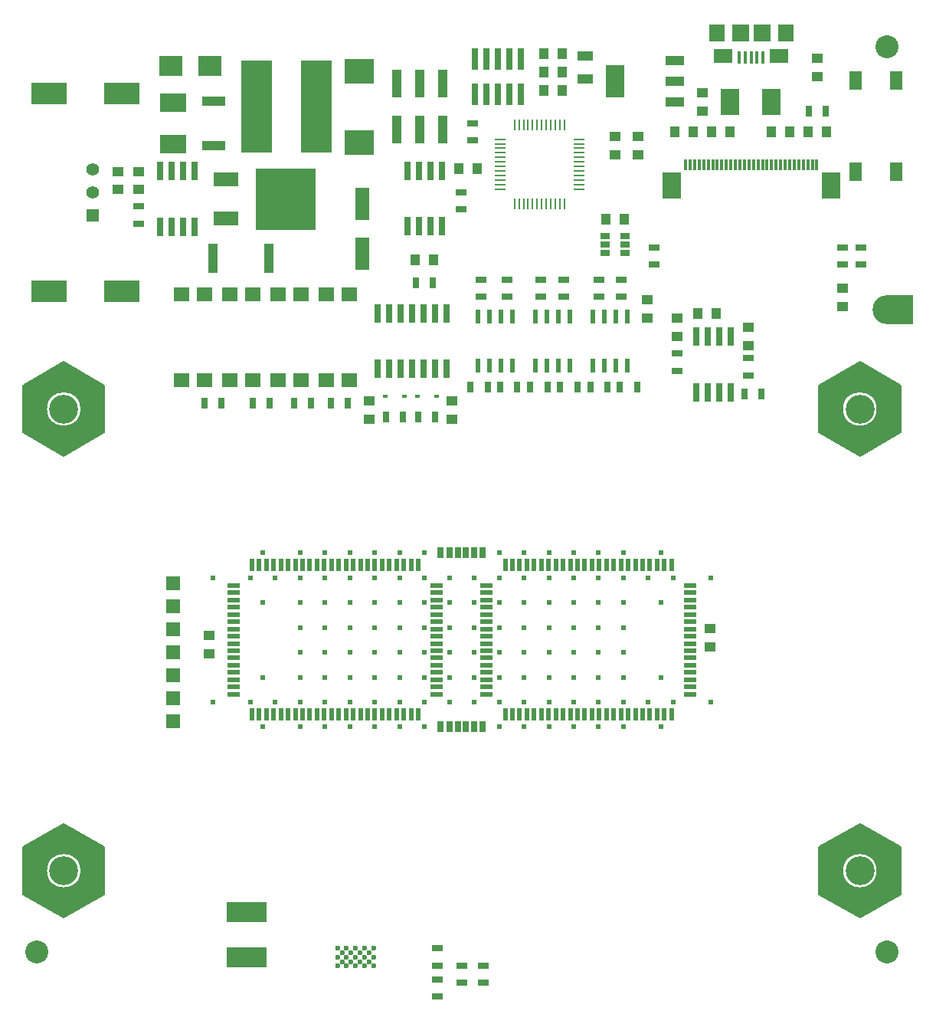
<source format=gbr>
%TF.GenerationSoftware,KiCad,Pcbnew,no-vcs-found-9b4eddb~60~ubuntu16.04.1*%
%TF.CreationDate,2017-11-10T14:06:11+01:00*%
%TF.ProjectId,OpenDropV3,4F70656E44726F7056332E6B69636164,rev?*%
%TF.SameCoordinates,Original*%
%TF.FileFunction,Soldermask,Bot*%
%TF.FilePolarity,Negative*%
%FSLAX46Y46*%
G04 Gerber Fmt 4.6, Leading zero omitted, Abs format (unit mm)*
G04 Created by KiCad (PCBNEW no-vcs-found-9b4eddb~60~ubuntu16.04.1) date Fri Nov 10 14:06:11 2017*
%MOMM*%
%LPD*%
G01*
G04 APERTURE LIST*
%ADD10C,2.250000*%
%ADD11C,0.150000*%
%ADD12C,1.000000*%
%ADD13C,3.200000*%
%ADD14R,3.000000X3.200000*%
%ADD15C,0.604800*%
%ADD16C,0.600000*%
%ADD17R,4.500000X2.200000*%
%ADD18R,0.740000X2.400000*%
%ADD19R,1.300000X0.250000*%
%ADD20R,0.250000X1.300000*%
%ADD21R,0.300000X1.250000*%
%ADD22R,2.000000X3.000000*%
%ADD23R,1.000000X1.250000*%
%ADD24R,1.700000X1.600000*%
%ADD25R,4.000500X2.400300*%
%ADD26R,1.300000X0.700000*%
%ADD27R,0.610000X1.520000*%
%ADD28R,0.700000X1.300000*%
%ADD29R,0.500000X1.480000*%
%ADD30R,1.480000X0.500000*%
%ADD31R,0.800000X1.300000*%
%ADD32R,2.780000X1.550000*%
%ADD33R,6.730000X6.740000*%
%ADD34R,1.250000X1.000000*%
%ADD35R,1.397000X1.397000*%
%ADD36C,1.397000*%
%ADD37R,0.660400X2.032000*%
%ADD38R,1.000000X3.200000*%
%ADD39R,2.500000X1.000000*%
%ADD40R,3.200000X2.700000*%
%ADD41R,2.500000X2.300000*%
%ADD42C,2.540000*%
%ADD43R,1.501140X1.501140*%
%ADD44R,1.400000X2.100000*%
%ADD45R,1.600200X3.599180*%
%ADD46R,3.500000X10.200000*%
%ADD47R,3.000000X2.000000*%
%ADD48R,2.032000X3.657600*%
%ADD49R,2.032000X1.016000*%
%ADD50R,1.060000X0.650000*%
%ADD51R,0.600000X0.450000*%
%ADD52R,1.000000X3.150000*%
%ADD53R,1.800000X1.000000*%
%ADD54R,1.800000X1.900000*%
%ADD55R,1.900000X1.900000*%
%ADD56R,2.100000X1.600000*%
%ADD57R,0.400000X1.350000*%
G04 APERTURE END LIST*
D10*
%TO.C,P14*%
X146982767Y-74000000D02*
G75*
G03X146982767Y-74000000I-2982767J0D01*
G01*
D11*
X139500000Y-71402000D02*
X139500000Y-76598000D01*
X148500000Y-71402000D02*
X148500000Y-76598000D01*
X144000000Y-68804000D02*
X148500000Y-71402000D01*
X139500000Y-71402000D02*
X144000000Y-68804000D01*
X144000000Y-79196000D02*
X139500000Y-76598000D01*
X148500000Y-76598000D02*
X144000000Y-79196000D01*
D12*
X140000000Y-71700000D02*
X144000000Y-69400000D01*
X140000000Y-76300000D02*
X140000000Y-71700000D01*
X144000000Y-78600000D02*
X140000000Y-76300000D01*
X148000000Y-76300000D02*
X144000000Y-78600000D01*
X148000000Y-71700000D02*
X148000000Y-76300000D01*
X144000000Y-69400000D02*
X148000000Y-71700000D01*
D10*
%TO.C,P13*%
X58982767Y-74000000D02*
G75*
G03X58982767Y-74000000I-2982767J0D01*
G01*
D11*
X51500000Y-71402000D02*
X51500000Y-76598000D01*
X60500000Y-71402000D02*
X60500000Y-76598000D01*
X56000000Y-68804000D02*
X60500000Y-71402000D01*
X51500000Y-71402000D02*
X56000000Y-68804000D01*
X56000000Y-79196000D02*
X51500000Y-76598000D01*
X60500000Y-76598000D02*
X56000000Y-79196000D01*
D12*
X52000000Y-71700000D02*
X56000000Y-69400000D01*
X52000000Y-76300000D02*
X52000000Y-71700000D01*
X56000000Y-78600000D02*
X52000000Y-76300000D01*
X60000000Y-76300000D02*
X56000000Y-78600000D01*
X60000000Y-71700000D02*
X60000000Y-76300000D01*
X56000000Y-69400000D02*
X60000000Y-71700000D01*
%TO.C,P15*%
X56000000Y-120400000D02*
X60000000Y-122700000D01*
X60000000Y-122700000D02*
X60000000Y-127300000D01*
X60000000Y-127300000D02*
X56000000Y-129600000D01*
X56000000Y-129600000D02*
X52000000Y-127300000D01*
X52000000Y-127300000D02*
X52000000Y-122700000D01*
X52000000Y-122700000D02*
X56000000Y-120400000D01*
D11*
X60500000Y-127598000D02*
X56000000Y-130196000D01*
X56000000Y-130196000D02*
X51500000Y-127598000D01*
X51500000Y-122402000D02*
X56000000Y-119804000D01*
X56000000Y-119804000D02*
X60500000Y-122402000D01*
X60500000Y-122402000D02*
X60500000Y-127598000D01*
X51500000Y-122402000D02*
X51500000Y-127598000D01*
D10*
X58982767Y-125000000D02*
G75*
G03X58982767Y-125000000I-2982767J0D01*
G01*
%TO.C,P16*%
X146982767Y-125000000D02*
G75*
G03X146982767Y-125000000I-2982767J0D01*
G01*
D11*
X139500000Y-122402000D02*
X139500000Y-127598000D01*
X148500000Y-122402000D02*
X148500000Y-127598000D01*
X144000000Y-119804000D02*
X148500000Y-122402000D01*
X139500000Y-122402000D02*
X144000000Y-119804000D01*
X144000000Y-130196000D02*
X139500000Y-127598000D01*
X148500000Y-127598000D02*
X144000000Y-130196000D01*
D12*
X140000000Y-122700000D02*
X144000000Y-120400000D01*
X140000000Y-127300000D02*
X140000000Y-122700000D01*
X144000000Y-129600000D02*
X140000000Y-127300000D01*
X148000000Y-127300000D02*
X144000000Y-129600000D01*
X148000000Y-122700000D02*
X148000000Y-127300000D01*
X144000000Y-120400000D02*
X148000000Y-122700000D01*
%TD*%
D13*
%TO.C,P2*%
X146963000Y-63000000D03*
D14*
X148463000Y-63000000D03*
%TD*%
D15*
%TO.C,FLUXL_1_3*%
X76625000Y-92625000D03*
%TD*%
%TO.C,FLUXL_1_6*%
X76625000Y-106375000D03*
%TD*%
%TO.C,FLUXL_16_3*%
X123375000Y-92625000D03*
%TD*%
%TO.C,FLUXL_16_6*%
X123375000Y-106375000D03*
%TD*%
%TO.C,FLUXL_16_1*%
X127500000Y-92625000D03*
%TD*%
%TO.C,FLUXL_1_8*%
X72500000Y-106375000D03*
%TD*%
%TO.C,FLUXL_16_8*%
X127500000Y-106375000D03*
%TD*%
%TO.C,FLUXL_1_1*%
X72500000Y-92625000D03*
%TD*%
D16*
%TO.C,SP1*%
X90265000Y-135539000D03*
X89265000Y-135539000D03*
X88265000Y-135539000D03*
X87265000Y-135539000D03*
X86265000Y-135539000D03*
X90265000Y-134539000D03*
X89765000Y-135039000D03*
X89265000Y-134539000D03*
X88765000Y-135039000D03*
X88265000Y-134539000D03*
X87765000Y-135039000D03*
X87265000Y-134539000D03*
X86765000Y-135039000D03*
X86265000Y-134539000D03*
X90265000Y-133539000D03*
X89765000Y-134039000D03*
X89265000Y-133539000D03*
X88765000Y-134039000D03*
X88265000Y-133539000D03*
X87765000Y-134039000D03*
X87265000Y-133539000D03*
X86765000Y-134039000D03*
X86265000Y-133539000D03*
D17*
X76265000Y-129539000D03*
X76265000Y-134539000D03*
%TD*%
D18*
%TO.C,J2*%
X106553000Y-39247000D03*
X106553000Y-35347000D03*
X105283000Y-39247000D03*
X105283000Y-35347000D03*
X104013000Y-39247000D03*
X104013000Y-35347000D03*
X102743000Y-39247000D03*
X102743000Y-35347000D03*
X101473000Y-39247000D03*
X101473000Y-35347000D03*
%TD*%
D19*
%TO.C,U5*%
X112935000Y-44199000D03*
X112935000Y-44699000D03*
X112935000Y-45199000D03*
X112935000Y-45699000D03*
X112935000Y-46199000D03*
X112935000Y-46699000D03*
X112935000Y-47199000D03*
X112935000Y-47699000D03*
X112935000Y-48199000D03*
X112935000Y-48699000D03*
X112935000Y-49199000D03*
X112935000Y-49699000D03*
D20*
X111335000Y-51299000D03*
X110835000Y-51299000D03*
X110335000Y-51299000D03*
X109835000Y-51299000D03*
X109335000Y-51299000D03*
X108835000Y-51299000D03*
X108335000Y-51299000D03*
X107835000Y-51299000D03*
X107335000Y-51299000D03*
X106835000Y-51299000D03*
X106335000Y-51299000D03*
X105835000Y-51299000D03*
D19*
X104235000Y-49699000D03*
X104235000Y-49199000D03*
X104235000Y-48699000D03*
X104235000Y-48199000D03*
X104235000Y-47699000D03*
X104235000Y-47199000D03*
X104235000Y-46699000D03*
X104235000Y-46199000D03*
X104235000Y-45699000D03*
X104235000Y-45199000D03*
X104235000Y-44699000D03*
X104235000Y-44199000D03*
D20*
X105835000Y-42599000D03*
X106335000Y-42599000D03*
X106835000Y-42599000D03*
X107335000Y-42599000D03*
X107835000Y-42599000D03*
X108335000Y-42599000D03*
X108835000Y-42599000D03*
X109335000Y-42599000D03*
X109835000Y-42599000D03*
X110335000Y-42599000D03*
X110835000Y-42599000D03*
X111335000Y-42599000D03*
%TD*%
D21*
%TO.C,S1*%
X139250000Y-47025000D03*
X137250000Y-47025000D03*
X137750000Y-47025000D03*
X138750000Y-47025000D03*
X138250000Y-47025000D03*
X136250000Y-47025000D03*
X136750000Y-47025000D03*
X135750000Y-47025000D03*
X135250000Y-47025000D03*
X132250000Y-47025000D03*
X132750000Y-47025000D03*
X133750000Y-47025000D03*
X133250000Y-47025000D03*
X134750000Y-47025000D03*
X134250000Y-47025000D03*
X126750000Y-47025000D03*
X127250000Y-47025000D03*
X125750000Y-47025000D03*
X126250000Y-47025000D03*
X125250000Y-47025000D03*
X124750000Y-47025000D03*
X127750000Y-47025000D03*
X128250000Y-47025000D03*
X129250000Y-47025000D03*
X128750000Y-47025000D03*
X130750000Y-47025000D03*
X131250000Y-47025000D03*
X130250000Y-47025000D03*
X129750000Y-47025000D03*
D22*
X123210000Y-49350000D03*
X140790000Y-49350000D03*
D21*
X131750000Y-47025000D03*
%TD*%
D23*
%TO.C,C14*%
X99711000Y-47457000D03*
X101711000Y-47457000D03*
%TD*%
D13*
%TO.C,P14*%
X144000000Y-74000000D03*
%TD*%
D24*
%TO.C,U12*%
X79677000Y-70817000D03*
X82217000Y-70817000D03*
X82217000Y-61317000D03*
X79677000Y-61317000D03*
%TD*%
D25*
%TO.C,C18*%
X54419500Y-60960000D03*
X62420500Y-60960000D03*
%TD*%
D26*
%TO.C,R32*%
X102156000Y-61619500D03*
X102156000Y-59719500D03*
%TD*%
D27*
%TO.C,U9*%
X118285000Y-69244000D03*
X117015000Y-69244000D03*
X115745000Y-69244000D03*
X114475000Y-69244000D03*
X114475000Y-63779000D03*
X115745000Y-63779000D03*
X117015000Y-63779000D03*
X118285000Y-63779000D03*
%TD*%
%TO.C,U8*%
X111935000Y-63779000D03*
X110665000Y-63779000D03*
X109395000Y-63779000D03*
X108125000Y-63779000D03*
X108125000Y-69244000D03*
X109395000Y-69244000D03*
X110665000Y-69244000D03*
X111935000Y-69244000D03*
%TD*%
D28*
%TO.C,R33*%
X102852000Y-71591500D03*
X100952000Y-71591500D03*
%TD*%
D26*
%TO.C,R1*%
X64262000Y-53528000D03*
X64262000Y-51628000D03*
%TD*%
%TO.C,R5*%
X101219000Y-42443000D03*
X101219000Y-44343000D03*
%TD*%
%TO.C,R18*%
X102410000Y-137367000D03*
X102410000Y-135467000D03*
%TD*%
%TO.C,R19*%
X99997000Y-135467000D03*
X99997000Y-137367000D03*
%TD*%
%TO.C,R20*%
X97330000Y-136991000D03*
X97330000Y-138891000D03*
%TD*%
%TO.C,R21*%
X97330000Y-133562000D03*
X97330000Y-135462000D03*
%TD*%
D28*
%TO.C,R22*%
X133126000Y-72363040D03*
X131226000Y-72363040D03*
%TD*%
D26*
%TO.C,R30*%
X131668000Y-70265040D03*
X131668000Y-68365040D03*
%TD*%
%TO.C,R31*%
X123794000Y-69757040D03*
X123794000Y-67857040D03*
%TD*%
D28*
%TO.C,R35*%
X116139000Y-71587000D03*
X114239000Y-71587000D03*
%TD*%
%TO.C,R38*%
X109456000Y-71591500D03*
X107556000Y-71591500D03*
%TD*%
%TO.C,R39*%
X104206000Y-71587000D03*
X106106000Y-71587000D03*
%TD*%
%TO.C,R42*%
X110858000Y-71591500D03*
X112758000Y-71591500D03*
%TD*%
%TO.C,R44*%
X95189000Y-74889000D03*
X97089000Y-74889000D03*
%TD*%
%TO.C,R45*%
X87437000Y-73365000D03*
X85537000Y-73365000D03*
%TD*%
%TO.C,R48*%
X71567000Y-73365000D03*
X73467000Y-73365000D03*
%TD*%
%TO.C,R49*%
X81473000Y-73365000D03*
X83373000Y-73365000D03*
%TD*%
%TO.C,R51*%
X76901000Y-73365000D03*
X78801000Y-73365000D03*
%TD*%
D26*
%TO.C,R41*%
X117650000Y-61619500D03*
X117650000Y-59719500D03*
%TD*%
D28*
%TO.C,R43*%
X117462000Y-71591500D03*
X119362000Y-71591500D03*
%TD*%
%TO.C,R3*%
X138369000Y-41107000D03*
X140269000Y-41107000D03*
%TD*%
D26*
%TO.C,R4*%
X144145000Y-56159000D03*
X144145000Y-58059000D03*
%TD*%
%TO.C,R6*%
X121285000Y-56159000D03*
X121285000Y-58059000D03*
%TD*%
%TO.C,R8*%
X142113000Y-56159000D03*
X142113000Y-58059000D03*
%TD*%
%TO.C,R34*%
X115175000Y-61625000D03*
X115175000Y-59725000D03*
%TD*%
%TO.C,R36*%
X108760000Y-61619500D03*
X108760000Y-59719500D03*
%TD*%
%TO.C,R37*%
X104975000Y-61625000D03*
X104975000Y-59725000D03*
%TD*%
%TO.C,R40*%
X111300000Y-61619500D03*
X111300000Y-59719500D03*
%TD*%
%TO.C,R9*%
X99949000Y-51963000D03*
X99949000Y-50063000D03*
%TD*%
D28*
%TO.C,R10*%
X93533000Y-74889000D03*
X91633000Y-74889000D03*
%TD*%
%TO.C,R11*%
X94935000Y-60030000D03*
X96835000Y-60030000D03*
%TD*%
D15*
%TO.C,FLUXL_1_5b1*%
X78000000Y-109125000D03*
%TD*%
D29*
%TO.C,U2*%
X95200000Y-107740000D03*
X94400000Y-107740000D03*
X93600000Y-107740000D03*
X92800000Y-107740000D03*
X92000000Y-107740000D03*
X91200000Y-107740000D03*
X90400000Y-107740000D03*
X89600000Y-107740000D03*
X88800000Y-107740000D03*
X88000000Y-107740000D03*
X87200000Y-107740000D03*
X86400000Y-107740000D03*
X85600000Y-107740000D03*
X84800000Y-107740000D03*
X84000000Y-107740000D03*
X83200000Y-107740000D03*
X82400000Y-107740000D03*
X81600000Y-107740000D03*
X80800000Y-107740000D03*
X80000000Y-107740000D03*
X79200000Y-107740000D03*
X78400000Y-107740000D03*
X77600000Y-107740000D03*
X76800000Y-107740000D03*
D30*
X74760000Y-105500000D03*
X74760000Y-104700000D03*
X74760000Y-103900000D03*
X74760000Y-103100000D03*
X74760000Y-102300000D03*
X74760000Y-101500000D03*
X74760000Y-100700000D03*
X74760000Y-99900000D03*
X74760000Y-99100000D03*
X74760000Y-98300000D03*
X74760000Y-97500000D03*
X74760000Y-96700000D03*
X74760000Y-95900000D03*
X74760000Y-95100000D03*
X74760000Y-94300000D03*
X74760000Y-93500000D03*
D29*
X76800000Y-91260000D03*
X77600000Y-91260000D03*
X78400000Y-91260000D03*
X79200000Y-91260000D03*
X80000000Y-91260000D03*
X80800000Y-91260000D03*
X81600000Y-91260000D03*
X82400000Y-91260000D03*
X83200000Y-91260000D03*
X84000000Y-91260000D03*
X84800000Y-91260000D03*
X85600000Y-91260000D03*
X86400000Y-91260000D03*
X87200000Y-91260000D03*
X88000000Y-91260000D03*
X88800000Y-91260000D03*
X89600000Y-91260000D03*
X90400000Y-91260000D03*
X91200000Y-91260000D03*
X92000000Y-91260000D03*
X92800000Y-91260000D03*
X93600000Y-91260000D03*
X94400000Y-91260000D03*
X95200000Y-91260000D03*
D30*
X97240000Y-93500000D03*
X97240000Y-94300000D03*
X97240000Y-95100000D03*
X97240000Y-95900000D03*
X97240000Y-96700000D03*
X97240000Y-97500000D03*
X97240000Y-98300000D03*
X97240000Y-99100000D03*
X97240000Y-99900000D03*
X97240000Y-100700000D03*
X97240000Y-101500000D03*
X97240000Y-102300000D03*
X97240000Y-103100000D03*
X97240000Y-103900000D03*
X97240000Y-104700000D03*
X97240000Y-105500000D03*
%TD*%
D31*
%TO.C,R16*%
X98625000Y-89875000D03*
D28*
X97675000Y-89875000D03*
X99575000Y-89875000D03*
%TD*%
D29*
%TO.C,U4*%
X104800000Y-91260000D03*
X105600000Y-91260000D03*
X106400000Y-91260000D03*
X107200000Y-91260000D03*
X108000000Y-91260000D03*
X108800000Y-91260000D03*
X109600000Y-91260000D03*
X110400000Y-91260000D03*
X111200000Y-91260000D03*
X112000000Y-91260000D03*
X112800000Y-91260000D03*
X113600000Y-91260000D03*
X114400000Y-91260000D03*
X115200000Y-91260000D03*
X116000000Y-91260000D03*
X116800000Y-91260000D03*
X117600000Y-91260000D03*
X118400000Y-91260000D03*
X119200000Y-91260000D03*
X120000000Y-91260000D03*
X120800000Y-91260000D03*
X121600000Y-91260000D03*
X122400000Y-91260000D03*
X123200000Y-91260000D03*
D30*
X125240000Y-93500000D03*
X125240000Y-94300000D03*
X125240000Y-95100000D03*
X125240000Y-95900000D03*
X125240000Y-96700000D03*
X125240000Y-97500000D03*
X125240000Y-98300000D03*
X125240000Y-99100000D03*
X125240000Y-99900000D03*
X125240000Y-100700000D03*
X125240000Y-101500000D03*
X125240000Y-102300000D03*
X125240000Y-103100000D03*
X125240000Y-103900000D03*
X125240000Y-104700000D03*
X125240000Y-105500000D03*
D29*
X123200000Y-107740000D03*
X122400000Y-107740000D03*
X121600000Y-107740000D03*
X120800000Y-107740000D03*
X120000000Y-107740000D03*
X119200000Y-107740000D03*
X118400000Y-107740000D03*
X117600000Y-107740000D03*
X116800000Y-107740000D03*
X116000000Y-107740000D03*
X115200000Y-107740000D03*
X114400000Y-107740000D03*
X113600000Y-107740000D03*
X112800000Y-107740000D03*
X112000000Y-107740000D03*
X111200000Y-107740000D03*
X110400000Y-107740000D03*
X109600000Y-107740000D03*
X108800000Y-107740000D03*
X108000000Y-107740000D03*
X107200000Y-107740000D03*
X106400000Y-107740000D03*
X105600000Y-107740000D03*
X104800000Y-107740000D03*
D30*
X102760000Y-105500000D03*
X102760000Y-104700000D03*
X102760000Y-103900000D03*
X102760000Y-103100000D03*
X102760000Y-102300000D03*
X102760000Y-101500000D03*
X102760000Y-100700000D03*
X102760000Y-99900000D03*
X102760000Y-99100000D03*
X102760000Y-98300000D03*
X102760000Y-97500000D03*
X102760000Y-96700000D03*
X102760000Y-95900000D03*
X102760000Y-95100000D03*
X102760000Y-94300000D03*
X102760000Y-93500000D03*
%TD*%
D32*
%TO.C,T1*%
X73932000Y-48620000D03*
D33*
X80567000Y-50800000D03*
D32*
X73932000Y-52980000D03*
%TD*%
D24*
%TO.C,U11*%
X69009000Y-70817000D03*
X71549000Y-70817000D03*
X71549000Y-61317000D03*
X69009000Y-61317000D03*
%TD*%
%TO.C,U10*%
X85011000Y-70817000D03*
X87551000Y-70817000D03*
X87551000Y-61317000D03*
X85011000Y-61317000D03*
%TD*%
%TO.C,U13*%
X74343000Y-70817000D03*
X76883000Y-70817000D03*
X76883000Y-61317000D03*
X74343000Y-61317000D03*
%TD*%
D27*
%TO.C,U7*%
X105585000Y-69244000D03*
X104315000Y-69244000D03*
X103045000Y-69244000D03*
X101775000Y-69244000D03*
X101775000Y-63779000D03*
X103045000Y-63779000D03*
X104315000Y-63779000D03*
X105585000Y-63779000D03*
%TD*%
D34*
%TO.C,C17*%
X123794000Y-65997040D03*
X123794000Y-63997040D03*
%TD*%
D35*
%TO.C,SW5*%
X59230000Y-52605000D03*
D36*
X59230000Y-50065000D03*
X59230000Y-47525000D03*
%TD*%
D37*
%TO.C,U6*%
X129763000Y-72134440D03*
X128493000Y-72134440D03*
X127223000Y-72134440D03*
X125953000Y-72134440D03*
X125953000Y-65987640D03*
X127223000Y-65987640D03*
X128493000Y-65987640D03*
X129763000Y-65987640D03*
%TD*%
D38*
%TO.C,R2*%
X72465000Y-57363000D03*
X78665000Y-57363000D03*
%TD*%
D39*
%TO.C,RSENSE1*%
X72565000Y-44895000D03*
X72565000Y-39995000D03*
%TD*%
D34*
%TO.C,C2*%
X61976000Y-49768000D03*
X61976000Y-47768000D03*
%TD*%
%TO.C,C3*%
X64262000Y-47768000D03*
X64262000Y-49768000D03*
%TD*%
D40*
%TO.C,C1*%
X88646000Y-36690000D03*
X88646000Y-44590000D03*
%TD*%
D34*
%TO.C,C12*%
X127432000Y-98246000D03*
X127432000Y-100246000D03*
%TD*%
%TO.C,C13*%
X72060000Y-101008000D03*
X72060000Y-99008000D03*
%TD*%
D41*
%TO.C,D1*%
X67875000Y-36095000D03*
X72175000Y-36095000D03*
%TD*%
D42*
%TO.C,REF\002A\002A*%
X147000000Y-34000000D03*
%TD*%
%TO.C,REF\002A\002A*%
X147000000Y-134000000D03*
%TD*%
%TO.C,REF\002A\002A*%
X53000000Y-134000000D03*
%TD*%
D34*
%TO.C,C15*%
X131668000Y-65013040D03*
X131668000Y-67013040D03*
%TD*%
D23*
%TO.C,C16*%
X126127000Y-63459000D03*
X128127000Y-63459000D03*
%TD*%
D31*
%TO.C,R17*%
X101375000Y-109125000D03*
D28*
X100425000Y-109125000D03*
X102325000Y-109125000D03*
%TD*%
D31*
%TO.C,R15*%
X101375000Y-89875000D03*
D28*
X100425000Y-89875000D03*
X102325000Y-89875000D03*
%TD*%
D31*
%TO.C,R7*%
X98625000Y-109125000D03*
D28*
X99575000Y-109125000D03*
X97675000Y-109125000D03*
%TD*%
D13*
%TO.C,P13*%
X56000000Y-74000000D03*
%TD*%
D25*
%TO.C,C4*%
X62420500Y-39116000D03*
X54419500Y-39116000D03*
%TD*%
D23*
%TO.C,C20*%
X111109000Y-38821000D03*
X109109000Y-38821000D03*
%TD*%
D34*
%TO.C,C21*%
X126619000Y-41091000D03*
X126619000Y-39091000D03*
%TD*%
%TO.C,C22*%
X142113000Y-62681000D03*
X142113000Y-60681000D03*
%TD*%
D23*
%TO.C,C23*%
X111109000Y-34757000D03*
X109109000Y-34757000D03*
%TD*%
D34*
%TO.C,C24*%
X116967000Y-45917000D03*
X116967000Y-43917000D03*
%TD*%
D23*
%TO.C,C25*%
X111109000Y-36789000D03*
X109109000Y-36789000D03*
%TD*%
D43*
%TO.C,P3*%
X68120000Y-103405000D03*
%TD*%
%TO.C,P7*%
X68120000Y-108485000D03*
%TD*%
%TO.C,P8*%
X68120000Y-95785000D03*
%TD*%
%TO.C,P9*%
X68120000Y-93245000D03*
%TD*%
%TO.C,P10*%
X68120000Y-105945000D03*
%TD*%
%TO.C,P11*%
X68120000Y-98325000D03*
%TD*%
%TO.C,P12*%
X68120000Y-100865000D03*
%TD*%
D44*
%TO.C,SW3*%
X148000000Y-37750000D03*
X143500000Y-37750000D03*
X148000000Y-47750000D03*
X143500000Y-47750000D03*
%TD*%
D45*
%TO.C,C19*%
X89000000Y-51374180D03*
X89000000Y-56875820D03*
%TD*%
D46*
%TO.C,L1*%
X83945000Y-40599000D03*
X77345000Y-40599000D03*
%TD*%
D23*
%TO.C,C7*%
X125587000Y-43393000D03*
X123587000Y-43393000D03*
%TD*%
%TO.C,C8*%
X138319000Y-43393000D03*
X140319000Y-43393000D03*
%TD*%
%TO.C,C9*%
X127651000Y-43393000D03*
X129651000Y-43393000D03*
%TD*%
%TO.C,C10*%
X136255000Y-43393000D03*
X134255000Y-43393000D03*
%TD*%
%TO.C,C11*%
X115967000Y-53045000D03*
X117967000Y-53045000D03*
%TD*%
D47*
%TO.C,C6*%
X68120000Y-40145000D03*
X68120000Y-44745000D03*
%TD*%
D34*
%TO.C,C27*%
X120523000Y-63951000D03*
X120523000Y-61951000D03*
%TD*%
D48*
%TO.C,U14*%
X116967000Y-37805000D03*
D49*
X123571000Y-37805000D03*
X123571000Y-40091000D03*
X123571000Y-35519000D03*
%TD*%
D37*
%TO.C,U1*%
X66675000Y-47726600D03*
X67945000Y-47726600D03*
X69215000Y-47726600D03*
X70485000Y-47726600D03*
X70485000Y-53873400D03*
X69215000Y-53873400D03*
X67945000Y-53873400D03*
X66675000Y-53873400D03*
%TD*%
%TO.C,U15*%
X93980000Y-47685600D03*
X95250000Y-47685600D03*
X96520000Y-47685600D03*
X97790000Y-47685600D03*
X97790000Y-53832400D03*
X96520000Y-53832400D03*
X95250000Y-53832400D03*
X93980000Y-53832400D03*
%TD*%
D13*
%TO.C,P15*%
X56000000Y-125000000D03*
%TD*%
%TO.C,P16*%
X144000000Y-125000000D03*
%TD*%
D34*
%TO.C,C5*%
X139319000Y-35281000D03*
X139319000Y-37281000D03*
%TD*%
D50*
%TO.C,U3*%
X115867000Y-56789000D03*
X115867000Y-55839000D03*
X115867000Y-54889000D03*
X118067000Y-54889000D03*
X118067000Y-56789000D03*
X118067000Y-55839000D03*
%TD*%
D34*
%TO.C,C28*%
X89789000Y-73127000D03*
X89789000Y-75127000D03*
%TD*%
%TO.C,C29*%
X98933000Y-75127000D03*
X98933000Y-73127000D03*
%TD*%
D15*
%TO.C,FLUXL_3_2*%
X84875000Y-92625000D03*
%TD*%
%TO.C,FLUXL_3_3*%
X84875000Y-95375000D03*
%TD*%
%TO.C,FLUXL_3_4*%
X84875000Y-98125000D03*
%TD*%
%TO.C,FLUXL_3_5*%
X84875000Y-100875000D03*
%TD*%
%TO.C,FLUXL_3_6*%
X84875000Y-103625000D03*
%TD*%
%TO.C,FLUXL_3_7*%
X84875000Y-106375000D03*
%TD*%
%TO.C,FLUXL_4_2*%
X87625000Y-92625000D03*
%TD*%
%TO.C,FLUXL_4_3*%
X87625000Y-95375000D03*
%TD*%
%TO.C,FLUXL_4_4*%
X87625000Y-98125000D03*
%TD*%
%TO.C,FLUXL_4_5*%
X87625000Y-100875000D03*
%TD*%
%TO.C,FLUXL_4_6*%
X87625000Y-103625000D03*
%TD*%
%TO.C,FLUXL_4_7*%
X87625000Y-106375000D03*
%TD*%
%TO.C,FLUXL_5_2*%
X90375000Y-92625000D03*
%TD*%
%TO.C,FLUXL_5_3*%
X90375000Y-95375000D03*
%TD*%
%TO.C,FLUXL_5_4*%
X90375000Y-98125000D03*
%TD*%
%TO.C,FLUXL_5_5*%
X90375000Y-100875000D03*
%TD*%
%TO.C,FLUXL_5_6*%
X90375000Y-103625000D03*
%TD*%
%TO.C,FLUXL_5_7*%
X90375000Y-106375000D03*
%TD*%
%TO.C,FLUXL_6_2*%
X93125000Y-92625000D03*
%TD*%
%TO.C,FLUXL_6_3*%
X93125000Y-95375000D03*
%TD*%
%TO.C,FLUXL_6_4*%
X93125000Y-98125000D03*
%TD*%
%TO.C,FLUXL_6_5*%
X93125000Y-100875000D03*
%TD*%
%TO.C,FLUXL_6_6*%
X93125000Y-103625000D03*
%TD*%
%TO.C,FLUXL_6_7*%
X93125000Y-106375000D03*
%TD*%
%TO.C,FLUXL_7_2*%
X95875000Y-92625000D03*
%TD*%
%TO.C,FLUXL_7_3*%
X95875000Y-95375000D03*
%TD*%
%TO.C,FLUXL_7_4*%
X95875000Y-98125000D03*
%TD*%
%TO.C,FLUXL_7_5*%
X95875000Y-100875000D03*
%TD*%
%TO.C,FLUXL_7_6*%
X95875000Y-103625000D03*
%TD*%
%TO.C,FLUXL_7_7*%
X95875000Y-106375000D03*
%TD*%
%TO.C,FLUXL_8_2*%
X98625000Y-92625000D03*
%TD*%
%TO.C,FLUXL_8_3*%
X98625000Y-95375000D03*
%TD*%
%TO.C,FLUXL_8_4*%
X98625000Y-98125000D03*
%TD*%
%TO.C,FLUXL_8_5*%
X98625000Y-100875000D03*
%TD*%
%TO.C,FLUXL_8_6*%
X98625000Y-103625000D03*
%TD*%
%TO.C,FLUXL_8_7*%
X98625000Y-106375000D03*
%TD*%
%TO.C,FLUXL_9_2*%
X101375000Y-92625000D03*
%TD*%
%TO.C,FLUXL_9_3*%
X101375000Y-95375000D03*
%TD*%
%TO.C,FLUXL_9_4*%
X101375000Y-98125000D03*
%TD*%
%TO.C,FLUXL_9_5*%
X101375000Y-100875000D03*
%TD*%
%TO.C,FLUXL_9_6*%
X101375000Y-103625000D03*
%TD*%
%TO.C,FLUXL_9_7*%
X101375000Y-106375000D03*
%TD*%
%TO.C,FLUXL_10_2*%
X104125000Y-92625000D03*
%TD*%
%TO.C,FLUXL_10_3*%
X104125000Y-95375000D03*
%TD*%
%TO.C,FLUXL_10_4*%
X104125000Y-98125000D03*
%TD*%
%TO.C,FLUXL_10_5*%
X104125000Y-100875000D03*
%TD*%
%TO.C,FLUXL_10_6*%
X104125000Y-103625000D03*
%TD*%
%TO.C,FLUXL_10_7*%
X104125000Y-106375000D03*
%TD*%
%TO.C,FLUXL_11_2*%
X106875000Y-92625000D03*
%TD*%
%TO.C,FLUXL_11_3*%
X106875000Y-95375000D03*
%TD*%
%TO.C,FLUXL_11_4*%
X106875000Y-98125000D03*
%TD*%
%TO.C,FLUXL_11_5*%
X106875000Y-100875000D03*
%TD*%
%TO.C,FLUXL_11_6*%
X106875000Y-103625000D03*
%TD*%
%TO.C,FLUXL_11_7*%
X106875000Y-106375000D03*
%TD*%
%TO.C,FLUXL_12_2*%
X109625000Y-92625000D03*
%TD*%
%TO.C,FLUXL_12_3*%
X109625000Y-95375000D03*
%TD*%
%TO.C,FLUXL_12_4*%
X109625000Y-98125000D03*
%TD*%
%TO.C,FLUXL_12_5*%
X109625000Y-100875000D03*
%TD*%
%TO.C,FLUXL_12_6*%
X109625000Y-103625000D03*
%TD*%
%TO.C,FLUXL_12_7*%
X109625000Y-106375000D03*
%TD*%
%TO.C,FLUXL_13_2*%
X112375000Y-92625000D03*
%TD*%
%TO.C,FLUXL_13_3*%
X112375000Y-95375000D03*
%TD*%
%TO.C,FLUXL_13_4*%
X112375000Y-98125000D03*
%TD*%
%TO.C,FLUXL_13_5*%
X112375000Y-100875000D03*
%TD*%
%TO.C,FLUXL_13_6*%
X112375000Y-103625000D03*
%TD*%
%TO.C,FLUXL_13_7*%
X112375000Y-106375000D03*
%TD*%
%TO.C,FLUXL_14_2*%
X115125000Y-92625000D03*
%TD*%
%TO.C,FLUXL_14_3*%
X115125000Y-95375000D03*
%TD*%
%TO.C,FLUXL_14_4*%
X115125000Y-98125000D03*
%TD*%
%TO.C,FLUXL_14_5*%
X115125000Y-100875000D03*
%TD*%
%TO.C,FLUXL_14_6*%
X115125000Y-103625000D03*
%TD*%
%TO.C,FLUXL_14_7*%
X115125000Y-106375000D03*
%TD*%
%TO.C,FLUXL_1_2*%
X79375000Y-92625000D03*
%TD*%
%TO.C,FLUXL_1_4*%
X78000000Y-89875000D03*
%TD*%
%TO.C,FLUXL_1_5*%
X78000000Y-103625000D03*
%TD*%
%TO.C,FLUXL_1_7*%
X79375000Y-106375000D03*
%TD*%
%TO.C,FLUXL_2_1*%
X82125000Y-89875000D03*
%TD*%
%TO.C,FLUXL_2_3*%
X82125000Y-95375000D03*
%TD*%
%TO.C,FLUXL_2_4*%
X82125000Y-98125000D03*
%TD*%
%TO.C,FLUXL_2_5*%
X82125000Y-100875000D03*
%TD*%
%TO.C,FLUXL_2_6*%
X82125000Y-103625000D03*
%TD*%
%TO.C,FLUXL_3_1*%
X84875000Y-89875000D03*
%TD*%
%TO.C,FLUXL_4_8*%
X87625000Y-109125000D03*
%TD*%
%TO.C,FLUXL_5_1*%
X90375000Y-89875000D03*
%TD*%
%TO.C,FLUXL_6_8*%
X93125000Y-109125000D03*
%TD*%
%TO.C,FLUXL_7_1*%
X95875000Y-89875000D03*
%TD*%
%TO.C,FLUXL_8_8*%
X98625000Y-109125000D03*
%TD*%
%TO.C,FLUXL_9_1*%
X101375000Y-89875000D03*
%TD*%
%TO.C,FLUXL_9_8*%
X101375000Y-109125000D03*
%TD*%
%TO.C,FLUXL_10_1*%
X104125000Y-89875000D03*
%TD*%
%TO.C,FLUXL_10_8*%
X104125000Y-109125000D03*
%TD*%
%TO.C,FLUXL_11_1*%
X106875000Y-89875000D03*
%TD*%
%TO.C,FLUXL_11_8*%
X106875000Y-109125000D03*
%TD*%
%TO.C,FLUXL_12_1*%
X109625000Y-89875000D03*
%TD*%
%TO.C,FLUXL_12_8*%
X109625000Y-109125000D03*
%TD*%
%TO.C,FLUXL_13_1*%
X112375000Y-89875000D03*
%TD*%
%TO.C,FLUXL_13_8*%
X112375000Y-109125000D03*
%TD*%
%TO.C,FLUXL_14_1*%
X115125000Y-89875000D03*
%TD*%
%TO.C,FLUXL_14_8*%
X115125000Y-109125000D03*
%TD*%
%TO.C,FLUXL_15_1*%
X117875000Y-89875000D03*
%TD*%
%TO.C,FLUXL_15_3*%
X117875000Y-95375000D03*
%TD*%
%TO.C,FLUXL_15_4*%
X117875000Y-98125000D03*
%TD*%
%TO.C,FLUXL_15_5*%
X117875000Y-100875000D03*
%TD*%
%TO.C,FLUXL_15_6*%
X117875000Y-103625000D03*
%TD*%
%TO.C,FLUXL_15_8*%
X117875000Y-109125000D03*
%TD*%
%TO.C,FLUXL_2_8*%
X82125000Y-109125000D03*
%TD*%
%TO.C,FLUXL_3_8*%
X84875000Y-109125000D03*
%TD*%
%TO.C,FLUXL_5_8*%
X90375000Y-109125000D03*
%TD*%
%TO.C,FLUXL_6_1*%
X93125000Y-89875000D03*
%TD*%
%TO.C,FLUXL_7_8*%
X95875000Y-109125000D03*
%TD*%
%TO.C,FLUXL_8_1*%
X98625000Y-89875000D03*
%TD*%
%TO.C,FLUXL_4_1*%
X87625000Y-89875000D03*
%TD*%
%TO.C,FLUXL_16_2*%
X120625000Y-92625000D03*
%TD*%
%TO.C,FLUXL_16_4*%
X122000000Y-95375000D03*
%TD*%
%TO.C,FLUXL_16_5*%
X122000000Y-109125000D03*
%TD*%
%TO.C,FLUXL_16_7*%
X120625000Y-106375000D03*
%TD*%
%TO.C,FLUXL_2_2*%
X82125000Y-92625000D03*
%TD*%
%TO.C,FLUXL_2_7*%
X82125000Y-106375000D03*
%TD*%
%TO.C,FLUXL_15_2*%
X117875000Y-92625000D03*
%TD*%
%TO.C,FLUXL_15_7*%
X117875000Y-106375000D03*
%TD*%
%TO.C,FLUXL_16_4b1*%
X122000000Y-89875000D03*
%TD*%
%TO.C,FLUXL_1_4b1*%
X78000000Y-95375000D03*
%TD*%
%TO.C,FLUXL_16_5b1*%
X122000000Y-103625000D03*
%TD*%
D23*
%TO.C,C31*%
X94885000Y-57490000D03*
X96885000Y-57490000D03*
%TD*%
D51*
%TO.C,D2*%
X91533000Y-72603000D03*
X93633000Y-72603000D03*
%TD*%
%TO.C,D3*%
X97189000Y-72603000D03*
X95089000Y-72603000D03*
%TD*%
D52*
%TO.C,J1*%
X97917000Y-43124000D03*
X97917000Y-38074000D03*
X95377000Y-43124000D03*
X95377000Y-38074000D03*
X92837000Y-43124000D03*
X92837000Y-38074000D03*
%TD*%
D37*
%TO.C,U16*%
X90690000Y-63426600D03*
X91960000Y-63426600D03*
X93230000Y-63426600D03*
X94500000Y-63426600D03*
X95770000Y-63426600D03*
X97040000Y-63426600D03*
X98310000Y-63426600D03*
X98310000Y-69573400D03*
X97040000Y-69573400D03*
X94500000Y-69573400D03*
X93230000Y-69573400D03*
X91960000Y-69573400D03*
X90690000Y-69573400D03*
X95770000Y-69573400D03*
%TD*%
D53*
%TO.C,Y1*%
X113665000Y-37531000D03*
X113665000Y-35031000D03*
%TD*%
D22*
%TO.C,C32*%
X129653000Y-40091000D03*
X134253000Y-40091000D03*
%TD*%
D34*
%TO.C,C26*%
X119507000Y-45917000D03*
X119507000Y-43917000D03*
%TD*%
D54*
%TO.C,J3*%
X135800000Y-32471000D03*
X128200000Y-32471000D03*
D55*
X130800000Y-32471000D03*
X133200000Y-32471000D03*
D56*
X135100000Y-35021000D03*
X128900000Y-35021000D03*
D57*
X130700000Y-35146000D03*
X131350000Y-35146000D03*
X131999100Y-35146000D03*
X132650000Y-35146000D03*
X133300000Y-35146000D03*
%TD*%
M02*

</source>
